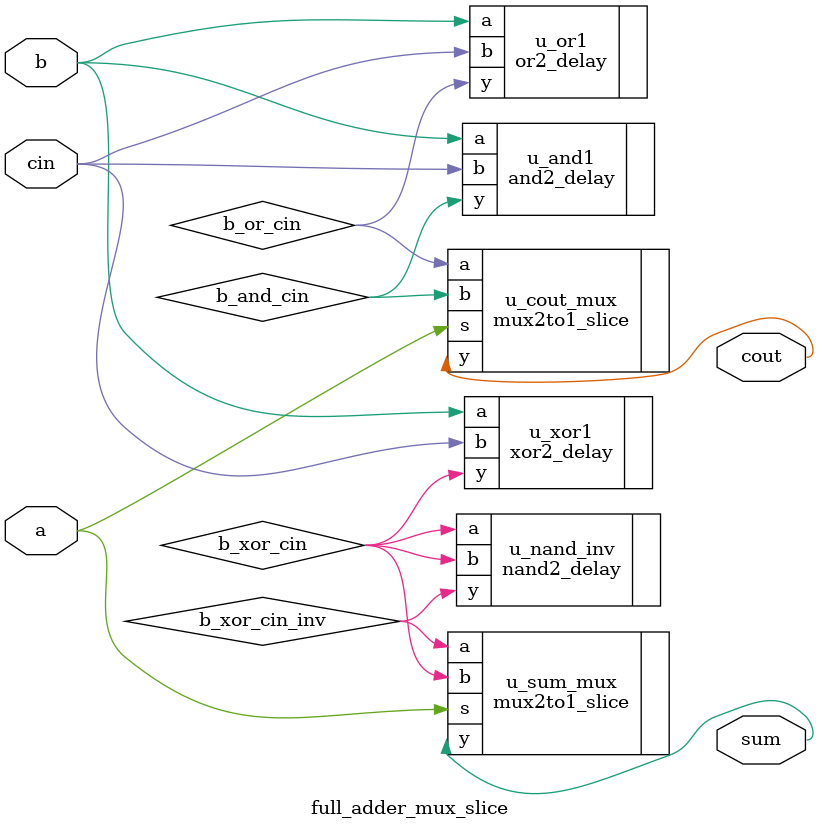
<source format=sv>
module full_adder_mux_slice(
    input logic a,
    input logic b,
    input logic cin,
    output logic sum,
    output logic cout
);
    // Internal Signals
    logic b_xor_cin, b_xor_cin_inv, b_and_cin, b_or_cin;
    
    // Gate Instantiations
    // module_name instance_name (.port1(signal1), .port2(signal2), ...);

    or2_delay u_or1 (.a(b), .b(cin), .y(b_or_cin));
    xor2_delay u_xor1 (.a(b), .b(cin), .y(b_xor_cin));
    and2_delay u_and1 (.a(b), .b(cin), .y(b_and_cin));
    nand2_delay u_nand_inv (.a(b_xor_cin), .b(b_xor_cin), .y(b_xor_cin_inv));
//    nand2_delay u_nand1 (.a(b), .b(cin), .y(b_and_cin));

    // This mux chooses between b_xor_cin and its inverse, depending on the value of a
    // This is because if a is 0, then b_xor_cin is the sum, and if a is 1, then b_xor_cin_inv is the sum
    mux2to1_slice u_sum_mux (.a(b_xor_cin_inv), .b(b_xor_cin), .s(a), .y(sum));

    // This mux chooses between b_and_cin and b_or_cin, depending on the value of a
    // This is because if a is 0, then b_and_cin is the cout, and if a is 1, then b_or_cin is the cout
    mux2to1_slice u_cout_mux (.a(b_or_cin), .b(b_and_cin), .s(a), .y(cout));

/* 
Truth Table for the full adder
Shannon decomposition of the full adder:

a  |  sum (output)  |  cout (output)
---+----------------+---------------
0  |  b ^ cin       |  b & cin      
1  |  ~(b ^ cin)    |  b   
*/

endmodule
</source>
